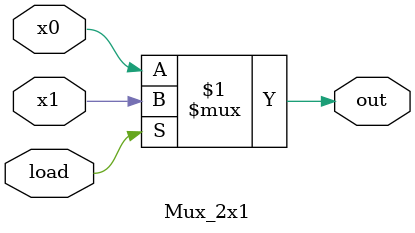
<source format=v>
`timescale 1ns / 1ps


module Mux_2x1(
input x0, x1, load,
output out 
);

assign out = load ? x1 : x0;
endmodule
</source>
